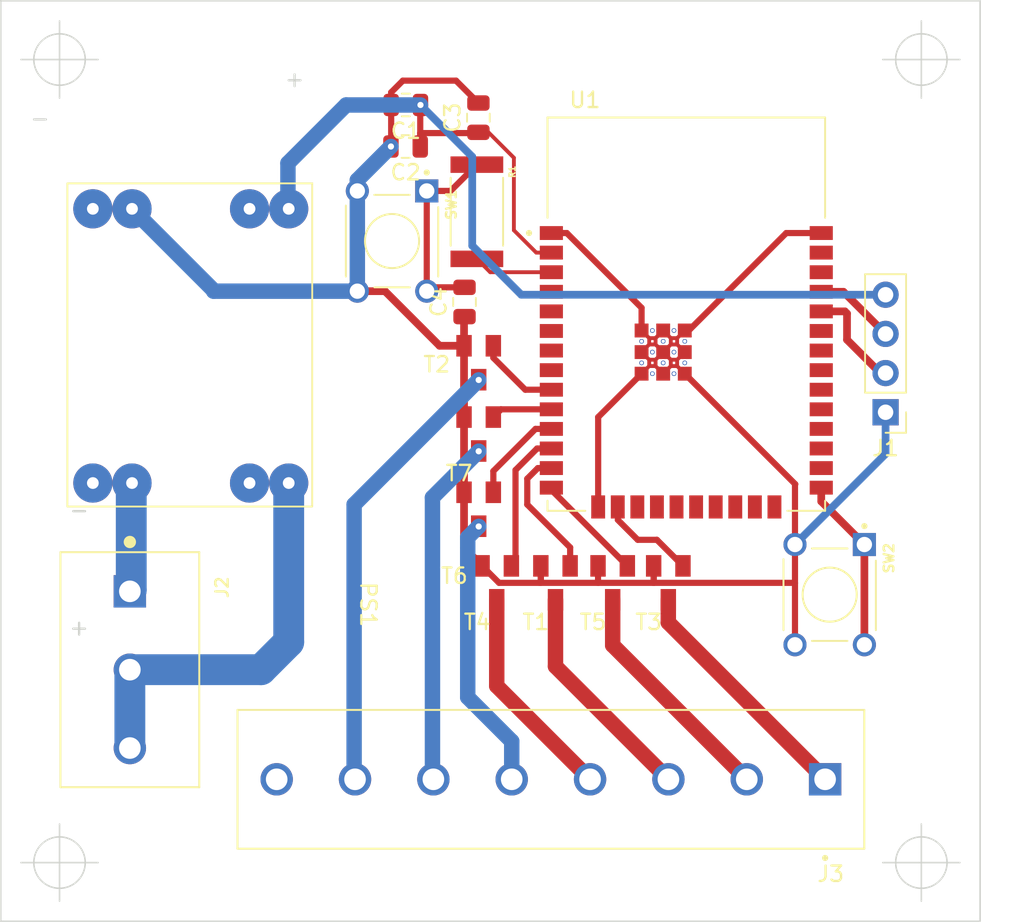
<source format=kicad_pcb>
(kicad_pcb (version 20211014) (generator pcbnew)
  (layers (0 "F.Cu" signal) (31 "B.Cu" signal) (34 "B.Paste" user) (35 "F.Paste" user) (36 "B.SilkS" user "B.Silkscreen") (37 "F.SilkS" user "F.Silkscreen") (38 "B.Mask" user) (39 "F.Mask" user) (44 "Edge.Cuts" user))
  (net 0 "")
  (net 1 "+3V3")
  (net 2 "GND")
  (net 3 "Net-(J2-Pad2)")
  (net 4 "Net-(J3-Pad1)")
  (net 5 "Net-(J3-Pad2)")
  (net 6 "Net-(J3-Pad4)")
  (net 7 "Net-(J3-Pad5)")
  (net 8 "Net-(J3-Pad6)")
  (net 9 "Net-(J3-Pad7)")
  (net 11 "Net-(C4-Pad2)")
  (net 12 "Net-(J1-Pad2)")
  (net 13 "Net-(J1-Pad3)")
  (net 14 "Net-(J3-Pad3)")
  (net 15 "Net-(R1-Pad2)")
  (net 16 "Net-(SW2-Pad1)")
  (net 17 "Net-(T1-Pad1)")
  (net 18 "Net-(T2-Pad1)")
  (net 19 "Net-(T3-Pad1)")
  (net 43 "Net-(T4-Pad1)")
  (net 44 "Net-(J2-Pad1)")
  (net 45 "Net-(T5-Pad1)")
  (net 46 "Net-(T6-Pad1)")
  (net 47 "Net-(T7-Pad1)")
  (footprint "libraries:SOT23" (layer "F.Cu") (at 152.70622 108.86156 180)
    (fp_text reference "T5" (at 1.27142 -2.54284) (layer "F.SilkS") (effects (font (size 1.001118 1.001118))))
    (fp_text value "BC848")
    (pad "1" smd rect locked (at -0.95 1.1 180) (size 1 1.4) (layers "F.Cu" "F.Paste" "F.Mask") (net 45 "Net-(T5-Pad1)"))
    (pad "2" smd rect locked (at 0.95 1.1 180) (size 1 1.4) (layers "F.Cu" "F.Paste" "F.Mask") (net 2 "GND"))
    (pad "3" smd rect locked (at 0 -1.1 180) (size 1 1.4) (layers "F.Cu" "F.Paste" "F.Mask") (net 5 "Net-(J3-Pad2)"))
  )
  (footprint "libraries:SW_1825910-6-4" (layer "F.Cu") (at 138.4 86.7 -90)
    (fp_text reference "SW1" (at -2.3627 -3.844398 90) (layer "F.SilkS") (effects (font (size 0.630643 0.630643))))
    (fp_text value "ENABLE")
    (fp_line (start -2.995 -1.15) (end -2.995 1.15) (layer "F.SilkS") (width 0.127))
    (fp_line (start 3 -1.15) (end 3 1.15) (layer "F.SilkS") (width 0.127))
    (fp_line (start -2.2 -2.995) (end 2.3 -2.995) (layer "F.SilkS") (width 0.127))
    (fp_line (start 2.3 2.995) (end -2.3 2.995) (layer "F.SilkS") (width 0.127))
    (fp_circle (center 0 0) (end 1.755 0) (layer "F.SilkS") (width 0.127) (fill none))
    (fp_circle (center -4.445 -2.25) (end -4.345 -2.25) (layer "F.SilkS") (width 0.2) (fill none))
    (pad "1" thru_hole rect locked (at -3.25 -2.25 270) (size 1.498 1.498) (drill 0.99) (layers *.Cu *.Mask) (net 11 "Net-(C4-Pad2)"))
    (pad "2" thru_hole circle locked (at 3.25 -2.25 270) (size 1.498 1.498) (drill 0.99) (layers *.Cu *.Mask) (net 11 "Net-(C4-Pad2)"))
    (pad "3" thru_hole circle locked (at -3.25 2.25 270) (size 1.498 1.498) (drill 0.99) (layers *.Cu *.Mask) (net 2 "GND"))
    (pad "4" thru_hole circle locked (at 3.25 2.25 270) (size 1.498 1.498) (drill 0.99) (layers *.Cu *.Mask) (net 2 "GND"))
  )
  (footprint "libraries:TE_282841-8" (layer "F.Cu") (at 148.7 121.6 180)
    (fp_text reference "J3" (at -18.145 -6.135) (layer "F.SilkS"))
    (fp_text value "R pinnen RGB strips")
    (fp_line (start 20.32 4.5) (end -20.32 4.5) (layer "F.SilkS") (width 0.127))
    (fp_line (start -20.32 -4.5) (end 20.32 -4.5) (layer "F.SilkS") (width 0.127))
    (fp_line (start 20.32 -4.5) (end 20.32 4.5) (layer "F.SilkS") (width 0.127))
    (fp_line (start -20.32 4.5) (end -20.32 -4.5) (layer "F.SilkS") (width 0.127))
    (fp_circle (center -17.78 -5.1) (end -17.68 -5.1) (layer "F.SilkS") (width 0.2) (fill none))
    (pad "1" thru_hole rect locked (at -17.78 0 180) (size 2.1 2.1) (drill 1.4) (layers *.Cu *.Mask) (net 4 "Net-(J3-Pad1)"))
    (pad "2" thru_hole circle locked (at -12.7 0 180) (size 2.1 2.1) (drill 1.4) (layers *.Cu *.Mask) (net 5 "Net-(J3-Pad2)"))
    (pad "3" thru_hole circle locked (at -7.62 0 180) (size 2.1 2.1) (drill 1.4) (layers *.Cu *.Mask) (net 14 "Net-(J3-Pad3)"))
    (pad "4" thru_hole circle locked (at -2.54 0 180) (size 2.1 2.1) (drill 1.4) (layers *.Cu *.Mask) (net 6 "Net-(J3-Pad4)"))
    (pad "5" thru_hole circle locked (at 2.54 0 180) (size 2.1 2.1) (drill 1.4) (layers *.Cu *.Mask) (net 7 "Net-(J3-Pad5)"))
    (pad "6" thru_hole circle locked (at 7.62 0 180) (size 2.1 2.1) (drill 1.4) (layers *.Cu *.Mask) (net 8 "Net-(J3-Pad6)"))
    (pad "7" thru_hole circle locked (at 12.7 0 180) (size 2.1 2.1) (drill 1.4) (layers *.Cu *.Mask) (net 9 "Net-(J3-Pad7)"))
    (pad "8" thru_hole circle locked (at 17.78 0 180) (size 2.1 2.1) (drill 1.4) (layers *.Cu *.Mask))
  )
  (footprint "Capacitor_SMD:C_0805_2012Metric" (layer "F.Cu") (at 139.2784 80.5688 180)
    (fp_text reference "C2" (at 0 -1.68) (layer "F.SilkS"))
    (fp_text value "22u")
    (fp_line (start -0.261252 -0.735) (end 0.261252 -0.735) (layer "F.SilkS") (width 0.12))
    (fp_line (start -0.261252 0.735) (end 0.261252 0.735) (layer "F.SilkS") (width 0.12))
    (pad "1" smd roundrect (at -0.95 0 180) (size 1 1.45) (layers "F.Cu" "F.Paste" "F.Mask") (net 1 "+3V3"))
    (pad "2" smd roundrect (at 0.95 0 180) (size 1 1.45) (layers "F.Cu" "F.Paste" "F.Mask") (net 2 "GND"))
  )
  (footprint "Connector_PinHeader_2.54mm:PinHeader_1x04_P2.54mm_Vertical" (layer "F.Cu") (at 170.4 97.8 180)
    (fp_text reference "J1" (at 0 -2.33) (layer "F.SilkS"))
    (fp_text value "Conn_01x04_Female")
    (fp_line (start -1.33 8.95) (end 1.33 8.95) (layer "F.SilkS") (width 0.12))
    (fp_line (start -1.33 1.27) (end -1.33 8.95) (layer "F.SilkS") (width 0.12))
    (fp_line (start -1.33 1.27) (end 1.33 1.27) (layer "F.SilkS") (width 0.12))
    (fp_line (start 1.33 1.27) (end 1.33 8.95) (layer "F.SilkS") (width 0.12))
    (fp_line (start -1.33 0) (end -1.33 -1.33) (layer "F.SilkS") (width 0.12))
    (fp_line (start -1.33 -1.33) (end 0 -1.33) (layer "F.SilkS") (width 0.12))
    (pad "1" thru_hole rect (at 0 0 180) (size 1.7 1.7) (drill 1) (layers *.Cu *.Mask) (net 2 "GND"))
    (pad "2" thru_hole oval (at 0 2.54 180) (size 1.7 1.7) (drill 1) (layers *.Cu *.Mask) (net 12 "Net-(J1-Pad2)"))
    (pad "3" thru_hole oval (at 0 5.08 180) (size 1.7 1.7) (drill 1) (layers *.Cu *.Mask) (net 13 "Net-(J1-Pad3)"))
    (pad "4" thru_hole oval (at 0 7.62 180) (size 1.7 1.7) (drill 1) (layers *.Cu *.Mask) (net 1 "+3V3"))
  )
  (footprint "libraries:SOT23" (layer "F.Cu") (at 145.18782 108.86156 180)
    (fp_text reference "T4" (at 1.27142 -2.54284) (layer "F.SilkS") (effects (font (size 1.001118 1.001118))))
    (fp_text value "BC848")
    (pad "1" smd rect locked (at -0.95 1.1 180) (size 1 1.4) (layers "F.Cu" "F.Paste" "F.Mask") (net 43 "Net-(T4-Pad1)"))
    (pad "2" smd rect locked (at 0.95 1.1 180) (size 1 1.4) (layers "F.Cu" "F.Paste" "F.Mask") (net 2 "GND"))
    (pad "3" smd rect locked (at 0 -1.1 180) (size 1 1.4) (layers "F.Cu" "F.Paste" "F.Mask") (net 6 "Net-(J3-Pad4)"))
  )
  (footprint "libraries:SOT23" (layer "F.Cu") (at 144.018 94.5896 180)
    (fp_text reference "T2" (at 2.718 -0.1104) (layer "F.SilkS") (effects (font (size 1.001118 1.001118))))
    (fp_text value "BC848")
    (pad "1" smd rect locked (at -0.95 1.1 180) (size 1 1.4) (layers "F.Cu" "F.Paste" "F.Mask") (net 18 "Net-(T2-Pad1)"))
    (pad "2" smd rect locked (at 0.95 1.1 180) (size 1 1.4) (layers "F.Cu" "F.Paste" "F.Mask") (net 2 "GND"))
    (pad "3" smd rect locked (at 0 -1.1 180) (size 1 1.4) (layers "F.Cu" "F.Paste" "F.Mask") (net 9 "Net-(J3-Pad7)"))
  )
  (footprint "libraries:TE_282841-3" (layer "F.Cu") (at 121.4 114.4925 -90)
    (fp_text reference "J2" (at -5.342035 -5.977995 90) (layer "F.SilkS") (effects (font (size 0.801205 0.801205))))
    (fp_text value "12V DC")
    (fp_line (start -7.62 -4.5) (end -7.62 4.5) (layer "F.SilkS") (width 0.127))
    (fp_line (start 7.62 4.5) (end 7.62 -4.5) (layer "F.SilkS") (width 0.127))
    (fp_line (start -7.62 4.5) (end 7.62 4.5) (layer "F.SilkS") (width 0.127))
    (fp_line (start 7.62 -4.5) (end -7.62 -4.5) (layer "F.SilkS") (width 0.127))
    (fp_circle (center -8.28 0) (end -8.08 0) (layer "F.SilkS") (width 0.4) (fill none))
    (pad "1" thru_hole rect locked (at -5.08 0 270) (size 2.1 2.1) (drill 1.4) (layers *.Cu *.Mask) (net 44 "Net-(J2-Pad1)"))
    (pad "2" thru_hole circle locked (at 0 0 270) (size 2.1 2.1) (drill 1.4) (layers *.Cu *.Mask) (net 3 "Net-(J2-Pad2)"))
    (pad "3" thru_hole circle locked (at 5.08 0 270) (size 2.1 2.1) (drill 1.4) (layers *.Cu *.Mask) (net 3 "Net-(J2-Pad2)"))
  )
  (footprint "libraries:Buck Converter" (layer "F.Cu") (at 125.35 93.5 -90)
    (fp_text reference "PS1" (at 16.764 -11.509 -90 unlocked) (layer "F.SilkS"))
    (fp_text value "ITX0512SA")
    (fp_rect (start -10.541 -7.874) (end 10.414 8.001) (layer "F.SilkS") (width 0.12) (fill none))
    (pad "1a" thru_hole circle (at 8.89 -6.35 270) (size 2.54 2.54) (drill 0.762) (layers *.Cu *.Mask) (net 3 "Net-(J2-Pad2)"))
    (pad "1b" thru_hole circle (at 8.89 -3.81 270) (size 2.54 2.54) (drill 0.762) (layers *.Cu *.Mask))
    (pad "2a" thru_hole circle (at 8.89 3.81 270) (size 2.54 2.54) (drill 0.762) (layers *.Cu *.Mask) (net 44 "Net-(J2-Pad1)"))
    (pad "2b" thru_hole circle (at 8.89 6.35 270) (size 2.54 2.54) (drill 0.762) (layers *.Cu *.Mask))
    (pad "3a" thru_hole circle (at -8.89 -6.35 270) (size 2.54 2.54) (drill 0.762) (layers *.Cu *.Mask) (net 1 "+3V3"))
    (pad "3b" thru_hole circle (at -8.89 -3.81 270) (size 2.54 2.54) (drill 0.762) (layers *.Cu *.Mask))
    (pad "4a" thru_hole circle (at -8.89 3.81 270) (size 2.54 2.54) (drill 0.762) (layers *.Cu *.Mask) (net 2 "GND"))
    (pad "4b" thru_hole circle (at -8.89 6.35 270) (size 2.54 2.54) (drill 0.762) (layers *.Cu *.Mask))
  )
  (footprint "libraries:SOT23" (layer "F.Cu") (at 156.31302 108.86156 180)
    (fp_text reference "T3" (at 1.27142 -2.54284) (layer "F.SilkS") (effects (font (size 1.001118 1.001118))))
    (fp_text value "BC848")
    (pad "1" smd rect locked (at -0.95 1.1 180) (size 1 1.4) (layers "F.Cu" "F.Paste" "F.Mask") (net 19 "Net-(T3-Pad1)"))
    (pad "2" smd rect locked (at 0.95 1.1 180) (size 1 1.4) (layers "F.Cu" "F.Paste" "F.Mask") (net 2 "GND"))
    (pad "3" smd rect locked (at 0 -1.1 180) (size 1 1.4) (layers "F.Cu" "F.Paste" "F.Mask") (net 4 "Net-(J3-Pad1)"))
  )
  (footprint "Capacitor_SMD:C_0805_2012Metric" (layer "F.Cu") (at 139.2936 77.8764 180)
    (fp_text reference "C1" (at 0 -1.68) (layer "F.SilkS"))
    (fp_text value "220u")
    (fp_line (start -0.261252 0.735) (end 0.261252 0.735) (layer "F.SilkS") (width 0.12))
    (fp_line (start -0.261252 -0.735) (end 0.261252 -0.735) (layer "F.SilkS") (width 0.12))
    (pad "1" smd roundrect (at -0.95 0 180) (size 1 1.45) (layers "F.Cu" "F.Paste" "F.Mask") (net 1 "+3V3"))
    (pad "2" smd roundrect locked (at 0.95 0 180) (size 1 1.45) (layers "F.Cu" "F.Paste" "F.Mask") (net 2 "GND"))
  )
  (footprint "libraries:SOT23" (layer "F.Cu") (at 148.99782 108.86156 180)
    (fp_text reference "T1" (at 1.27142 -2.54284) (layer "F.SilkS") (effects (font (size 1.001118 1.001118))))
    (fp_text value "BC848")
    (pad "1" smd rect locked (at -0.95 1.1 180) (size 1 1.4) (layers "F.Cu" "F.Paste" "F.Mask") (net 17 "Net-(T1-Pad1)"))
    (pad "2" smd rect locked (at 0.95 1.1 180) (size 1 1.4) (layers "F.Cu" "F.Paste" "F.Mask") (net 2 "GND"))
    (pad "3" smd rect locked (at 0 -1.1 180) (size 1 1.4) (layers "F.Cu" "F.Paste" "F.Mask") (net 14 "Net-(J3-Pad3)"))
  )
  (footprint "libraries:SOT23" (layer "F.Cu") (at 144.018 99.2124 180)
    (fp_text reference "T7" (at 1.27142 -2.54284) (layer "F.SilkS") (effects (font (size 1.001118 1.001118))))
    (fp_text value "BC848")
    (pad "1" smd rect locked (at -0.95 1.1 180) (size 1 1.4) (layers "F.Cu" "F.Paste" "F.Mask") (net 47 "Net-(T7-Pad1)"))
    (pad "2" smd rect locked (at 0.95 1.1 180) (size 1 1.4) (layers "F.Cu" "F.Paste" "F.Mask") (net 2 "GND"))
    (pad "3" smd rect locked (at 0 -1.1 180) (size 1 1.4) (layers "F.Cu" "F.Paste" "F.Mask") (net 8 "Net-(J3-Pad6)"))
  )
  (footprint "libraries:SW_1825910-6-4" (layer "F.Cu") (at 166.7764 109.6264 -90)
    (fp_text reference "SW2" (at -2.3627 -3.844398 90) (layer "F.SilkS") (effects (font (size 0.630643 0.630643))))
    (fp_text value "BOOT")
    (fp_line (start 3 -1.15) (end 3 1.15) (layer "F.SilkS") (width 0.127))
    (fp_line (start 2.3 2.995) (end -2.3 2.995) (layer "F.SilkS") (width 0.127))
    (fp_line (start -2.2 -2.995) (end 2.3 -2.995) (layer "F.SilkS") (width 0.127))
    (fp_line (start -2.995 -1.15) (end -2.995 1.15) (layer "F.SilkS") (width 0.127))
    (fp_circle (center -4.445 -2.25) (end -4.345 -2.25) (layer "F.SilkS") (width 0.2) (fill none))
    (fp_circle (center 0 0) (end 1.755 0) (layer "F.SilkS") (width 0.127) (fill none))
    (pad "1" thru_hole rect locked (at -3.25 -2.25 270) (size 1.498 1.498) (drill 0.99) (layers *.Cu *.Mask) (net 16 "Net-(SW2-Pad1)"))
    (pad "2" thru_hole circle locked (at 3.25 -2.25 270) (size 1.498 1.498) (drill 0.99) (layers *.Cu *.Mask) (net 16 "Net-(SW2-Pad1)"))
    (pad "3" thru_hole circle locked (at -3.25 2.25 270) (size 1.498 1.498) (drill 0.99) (layers *.Cu *.Mask) (net 2 "GND"))
    (pad "4" thru_hole circle locked (at 3.25 2.25 270) (size 1.498 1.498) (drill 0.99) (layers *.Cu *.Mask) (net 2 "GND"))
  )
  (footprint "Capacitor_SMD:C_0805_2012Metric" (layer "F.Cu") (at 144 78.7 90)
    (fp_text reference "C3" (at 0 -1.68 90) (layer "F.SilkS"))
    (fp_text value "0.1u")
    (fp_line (start -0.261252 0.735) (end 0.261252 0.735) (layer "F.SilkS") (width 0.12))
    (fp_line (start -0.261252 -0.735) (end 0.261252 -0.735) (layer "F.SilkS") (width 0.12))
    (pad "1" smd roundrect (at -0.95 0 90) (size 1 1.45) (layers "F.Cu" "F.Paste" "F.Mask") (net 1 "+3V3"))
    (pad "2" smd roundrect (at 0.95 0 90) (size 1 1.45) (layers "F.Cu" "F.Paste" "F.Mask") (net 2 "GND"))
  )
  (footprint "libraries:SOT23" (layer "F.Cu") (at 144.018 104.0892 180)
    (fp_text reference "T6" (at 1.5748 -4.318) (layer "F.SilkS") (effects (font (size 1.001118 1.001118))))
    (fp_text value "BC848")
    (pad "1" smd rect locked (at -0.95 1.1 180) (size 1 1.4) (layers "F.Cu" "F.Paste" "F.Mask") (net 46 "Net-(T6-Pad1)"))
    (pad "2" smd rect locked (at 0.95 1.1 180) (size 1 1.4) (layers "F.Cu" "F.Paste" "F.Mask") (net 2 "GND"))
    (pad "3" smd rect locked (at 0 -1.1 180) (size 1 1.4) (layers "F.Cu" "F.Paste" "F.Mask") (net 7 "Net-(J3-Pad5)"))
  )
  (footprint "libraries:RESC6332X65N" (layer "F.Cu") (at 143.9 84.8 -90)
    (fp_text reference "R1" (at -2.59 -2.3 90) (layer "F.SilkS") (effects (font (size 0.393701 0.393701))))
    (fp_text value "10k")
    (fp_line (start -2.2 1.7) (end 2.2 1.7) (layer "F.SilkS") (width 0.127))
    (fp_line (start -2.2 -1.7) (end 2.2 -1.7) (layer "F.SilkS") (width 0.127))
    (pad "1" smd rect locked (at -3.055 0 270) (size 1.07 3.42) (layers "F.Cu" "F.Paste" "F.Mask") (net 11 "Net-(C4-Pad2)"))
    (pad "2" smd rect locked (at 3.055 0 270) (size 1.07 3.42) (layers "F.Cu" "F.Paste" "F.Mask") (net 15 "Net-(R1-Pad2)"))
  )
  (footprint "libraries:XCVR_ESP32-WROOM-32E_(16MB)" (layer "F.Cu") (at 157.48 91.44)
    (fp_text reference "U1" (at -6.575 -13.885) (layer "F.SilkS"))
    (fp_text value "ESP32-WROOM-32E_(16MB)")
    (fp_line (start -9 -6.25) (end -9 -12.75) (layer "F.SilkS") (width 0.127))
    (fp_line (start 6.55 12.75) (end 9 12.75) (layer "F.SilkS") (width 0.127))
    (fp_line (start -9 -12.75) (end 9 -12.75) (layer "F.SilkS") (width 0.127))
    (fp_line (start -9 12.1) (end -9 12.75) (layer "F.SilkS") (width 0.127))
    (fp_line (start 9 -12.75) (end 9 -6.25) (layer "F.SilkS") (width 0.127))
    (fp_line (start 9 12.75) (end 9 12.1) (layer "F.SilkS") (width 0.127))
    (fp_line (start -9 12.75) (end -6.55 12.75) (layer "F.SilkS") (width 0.127))
    (fp_circle (center -10.2 -5.26) (end -10.1 -5.26) (layer "F.SilkS") (width 0.2) (fill none))
    (pad "1" smd rect locked (at -8.75 -5.26) (size 1.5 0.9) (layers "F.Cu" "F.Paste" "F.Mask") (net 2 "GND"))
    (pad "2" smd rect locked (at -8.75 -3.99) (size 1.5 0.9) (layers "F.Cu" "F.Paste" "F.Mask") (net 1 "+3V3"))
    (pad "3" smd rect locked (at -8.75 -2.72) (size 1.5 0.9) (layers "F.Cu" "F.Paste" "F.Mask") (net 15 "Net-(R1-Pad2)"))
    (pad "4" smd rect locked (at -8.75 -1.45) (size 1.5 0.9) (layers "F.Cu" "F.Paste" "F.Mask"))
    (pad "5" smd rect locked (at -8.75 -0.18) (size 1.5 0.9) (layers "F.Cu" "F.Paste" "F.Mask"))
    (pad "6" smd rect locked (at -8.75 1.09) (size 1.5 0.9) (layers "F.Cu" "F.Paste" "F.Mask"))
    (pad "7" smd rect locked (at -8.75 2.36) (size 1.5 0.9) (layers "F.Cu" "F.Paste" "F.Mask"))
    (pad "8" smd rect locked (at -8.75 3.63) (size 1.5 0.9) (layers "F.Cu" "F.Paste" "F.Mask"))
    (pad "9" smd rect locked (at -8.75 4.9) (size 1.5 0.9) (layers "F.Cu" "F.Paste" "F.Mask") (net 18 "Net-(T2-Pad1)"))
    (pad "10" smd rect locked (at -8.75 6.17) (size 1.5 0.9) (layers "F.Cu" "F.Paste" "F.Mask") (net 47 "Net-(T7-Pad1)"))
    (pad "11" smd rect locked (at -8.75 7.44) (size 1.5 0.9) (layers "F.Cu" "F.Paste" "F.Mask") (net 46 "Net-(T6-Pad1)"))
    (pad "12" smd rect locked (at -8.75 8.71) (size 1.5 0.9) (layers "F.Cu" "F.Paste" "F.Mask") (net 43 "Net-(T4-Pad1)"))
    (pad "13" smd rect locked (at -8.75 9.98) (size 1.5 0.9) (layers "F.Cu" "F.Paste" "F.Mask") (net 17 "Net-(T1-Pad1)"))
    (pad "14" smd rect locked (at -8.75 11.25) (size 1.5 0.9) (layers "F.Cu" "F.Paste" "F.Mask") (net 45 "Net-(T5-Pad1)"))
    (pad "15" smd rect locked (at -5.715 12.5) (size 0.9 1.5) (layers "F.Cu" "F.Paste" "F.Mask") (net 2 "GND"))
    (pad "16" smd rect locked (at -4.445 12.5) (size 0.9 1.5) (layers "F.Cu" "F.Paste" "F.Mask") (net 19 "Net-(T3-Pad1)"))
    (pad "17" smd rect locked (at -3.175 12.5) (size 0.9 1.5) (layers "F.Cu" "F.Paste" "F.Mask"))
    (pad "18" smd rect locked (at -1.905 12.5) (size 0.9 1.5) (layers "F.Cu" "F.Paste" "F.Mask"))
    (pad "19" smd rect locked (at -0.635 12.5) (size 0.9 1.5) (layers "F.Cu" "F.Paste" "F.Mask"))
    (pad "20" smd rect locked (at 0.635 12.5) (size 0.9 1.5) (layers "F.Cu" "F.Paste" "F.Mask"))
    (pad "21" smd rect locked (at 1.905 12.5) (size 0.9 1.5) (layers "F.Cu" "F.Paste" "F.Mask"))
    (pad "22" smd rect locked (at 3.175 12.5) (size 0.9 1.5) (layers "F.Cu" "F.Paste" "F.Mask"))
    (pad "23" smd rect locked (at 4.445 12.5) (size 0.9 1.5) (layers "F.Cu" "F.Paste" "F.Mask"))
    (pad "24" smd rect locked (at 5.715 12.5) (size 0.9 1.5) (layers "F.Cu" "F.Paste" "F.Mask"))
    (pad "25" smd rect locked (at 8.75 11.25) (size 1.5 0.9) (layers "F.Cu" "F.Paste" "F.Mask") (net 16 "Net-(SW2-Pad1)"))
    (pad "26" smd rect locked (at 8.75 9.98) (size 1.5 0.9) (layers "F.Cu" "F.Paste" "F.Mask"))
    (pad "27" smd rect locked (at 8.75 8.71) (size 1.5 0.9) (layers "F.Cu" "F.Paste" "F.Mask"))
    (pad "28" smd rect locked (at 8.75 7.44) (size 1.5 0.9) (layers "F.Cu" "F.Paste" "F.Mask"))
    (pad "29" smd rect locked (at 8.75 6.17) (size 1.5 0.9) (layers "F.Cu" "F.Paste" "F.Mask"))
    (pad "30" smd rect locked (at 8.75 4.9) (size 1.5 0.9) (layers "F.Cu" "F.Paste" "F.Mask"))
    (pad "31" smd rect locked (at 8.75 3.63) (size 1.5 0.9) (layers "F.Cu" "F.Paste" "F.Mask"))
    (pad "32" smd rect locked (at 8.75 2.36) (size 1.5 0.9) (layers "F.Cu" "F.Paste" "F.Mask"))
    (pad "33" smd rect locked (at 8.75 1.09) (size 1.5 0.9) (layers "F.Cu" "F.Paste" "F.Mask"))
    (pad "34" smd rect locked (at 8.75 -0.18) (size 1.5 0.9) (layers "F.Cu" "F.Paste" "F.Mask") (net 12 "Net-(J1-Pad2)"))
    (pad "35" smd rect locked (at 8.75 -1.45) (size 1.5 0.9) (layers "F.Cu" "F.Paste" "F.Mask") (net 13 "Net-(J1-Pad3)"))
    (pad "36" smd rect locked (at 8.75 -2.72) (size 1.5 0.9) (layers "F.Cu" "F.Paste" "F.Mask"))
    (pad "37" smd rect locked (at 8.75 -3.99) (size 1.5 0.9) (layers "F.Cu" "F.Paste" "F.Mask"))
    (pad "38" smd rect locked (at 8.75 -5.26) (size 1.5 0.9) (layers "F.Cu" "F.Paste" "F.Mask") (net 2 "GND"))
    (pad "39_1" smd rect locked (at -2.9 1.06) (size 0.9 0.9) (layers "F.Cu" "F.Paste" "F.Mask") (net 2 "GND"))
    (pad "39_2" smd rect locked (at -1.5 1.06) (size 0.9 0.9) (layers "F.Cu" "F.Paste" "F.Mask") (net 2 "GND"))
    (pad "39_3" smd rect locked (at -0.1 1.06) (size 0.9 0.9) (layers "F.Cu" "F.Paste" "F.Mask") (net 2 "GND"))
    (pad "39_4" smd rect locked (at -2.9 2.46) (size 0.9 0.9) (layers "F.Cu" "F.Paste" "F.Mask") (net 2 "GND"))
    (pad "39_5" smd rect locked (at -1.5 2.46) (size 0.9 0.9) (layers "F.Cu" "F.Paste" "F.Mask") (net 2 "GND"))
    (pad "39_6" smd rect locked (at -0.1 2.46) (size 0.9 0.9) (layers "F.Cu" "F.Paste" "F.Mask") (net 2 "GND"))
    (pad "39_7" smd rect locked (at -2.9 3.86) (size 0.9 0.9) (layers "F.Cu" "F.Paste" "F.Mask") (net 2 "GND"))
    (pad "39_8" smd rect locked (at -1.5 3.86) (size 0.9 0.9) (layers "F.Cu" "F.Paste" "F.Mask") (net 2 "GND"))
    (pad "39_9" smd rect locked (at -0.1 3.86) (size 0.9 0.9) (layers "F.Cu" "F.Paste" "F.Mask") (net 2 "GND"))
    (pad "39_10" thru_hole circle locked (at -2.2 1.06) (size 0.3 0.3) (drill 0.2) (layers *.Cu))
    (pad "39_11" thru_hole circle locked (at -0.8 1.06) (size 0.3 0.3) (drill 0.2) (layers *.Cu))
    (pad "39_12" thru_hole circle locked (at -2.9 1.76) (size 0.3 0.3) (drill 0.2) (layers *.Cu))
    (pad "39_13" thru_hole circle locked (at -1.5 1.76) (size 0.3 0.3) (drill 0.2) (layers *.Cu))
    (pad "39_14" thru_hole circle locked (at -0.1 1.76) (size 0.3 0.3) (drill 0.2) (layers *.Cu))
    (pad "39_15" thru_hole circle locked (at -2.2 2.46) (size 0.3 0.3) (drill 0.2) (layers *.Cu))
    (pad "39_16" thru_hole circle locked (at -0.8 2.46) (size 0.3 0.3) (drill 0.2) (layers *.Cu))
    (pad "39_17" thru_hole circle locked (at -2.9 3.16) (size 0.3 0.3) (drill 0.2) (layers *.Cu))
    (pad "39_18" thru_hole circle locked (at -1.5 3.16) (size 0.3 0.3) (drill 0.2) (layers *.Cu))
    (pad "39_19" thru_hole circle locked (at -0.1 3.16) (size 0.3 0.3) (drill 0.2) (layers *.Cu))
    (pad "39_20" thru_hole circle locked (at -2.2 3.86) (size 0.3 0.3) (drill 0.2) (layers *.Cu))
    (pad "39_21" thru_hole circle locked (at -0.8 3.86) (size 0.3 0.3) (drill 0.2) (layers *.Cu))
  )
  (footprint "Capacitor_SMD:C_0805_2012Metric" (layer "F.Cu") (at 143.1 90.65 90)
    (fp_text reference "C4" (at 0 -1.68 90) (layer "F.SilkS"))
    (fp_text value "1u")
    (fp_line (start -0.261252 0.735) (end 0.261252 0.735) (layer "F.SilkS") (width 0.12))
    (fp_line (start -0.261252 -0.735) (end 0.261252 -0.735) (layer "F.SilkS") (width 0.12))
    (pad "1" smd roundrect (at -0.95 0 90) (size 1 1.45) (layers "F.Cu" "F.Paste" "F.Mask") (net 2 "GND"))
    (pad "2" smd roundrect (at 0.95 0 90) (size 1 1.45) (layers "F.Cu" "F.Paste" "F.Mask") (net 11 "Net-(C4-Pad2)"))
  )
  (gr_rect (start 113.03 71.12) (end 176.53 130.81) (layer "Edge.Cuts") (width 0.1) (fill none))
  (gr_text "-" (at 115.57 78.74) (layer "Edge.Cuts") (effects (font (size 1 1))))
  (gr_text "+" (at 118.11 111.76) (layer "Edge.Cuts") (effects (font (size 1 1))))
  (gr_text "-" (at 118.11 104.14) (layer "Edge.Cuts") (effects (font (size 1 1))))
  (gr_text "+" (at 132.08 76.2) (layer "Edge.Cuts") (effects (font (size 1 1))))
  (target plus (at 172.72 74.93) (size 5) (width 0.1) (layer "Edge.Cuts"))
  (target plus (at 172.72 127) (size 5) (width 0.1) (layer "Edge.Cuts"))
  (target plus (at 116.84 127) (size 5) (width 0.1) (layer "Edge.Cuts"))
  (target plus (at 116.84 74.93) (size 5) (width 0.1) (layer "Edge.Cuts"))
  (segment (start 140.2284 79.7) (end 140.2284 80.5688) (width 0.4) (layer "F.Cu") (net 1))
  (segment (start 144.65 79.65) (end 146.3 81.3) (width 0.25) (layer "F.Cu") (net 1))
  (segment (start 146.3 81.3) (end 146.3 86) (width 0.25) (layer "F.Cu") (net 1))
  (segment (start 143.95 79.7) (end 140.2284 79.7) (width 0.4) (layer "F.Cu") (net 1))
  (segment (start 146.3 86) (end 147.75 87.45) (width 0.25) (layer "F.Cu") (net 1))
  (segment (start 144 79.65) (end 144.65 79.65) (width 0.25) (layer "F.Cu") (net 1))
  (segment (start 140.2436 77.8764) (end 140.2284 77.8916) (width 0.25) (layer "F.Cu") (net 1))
  (segment (start 144 79.65) (end 143.95 79.7) (width 0.4) (layer "F.Cu") (net 1))
  (segment (start 147.75 87.45) (end 148.73 87.45) (width 0.25) (layer "F.Cu") (net 1))
  (segment (start 140.2284 77.8916) (end 140.2284 80.5688) (width 0.4) (layer "F.Cu") (net 1))
  (via (at 140.2436 77.8764) (size 0.8) (drill 0.4) (layers "F.Cu" "B.Cu") (net 1))
  (segment (start 131.65 84.61) (end 131.65 81.65) (width 1) (layer "B.Cu") (net 1))
  (segment (start 143.6 81.2328) (end 143.6 87) (width 0.5) (layer "B.Cu") (net 1))
  (segment (start 131.65 81.65) (end 135.4236 77.8764) (width 1) (layer "B.Cu") (net 1))
  (segment (start 140.2436 77.8764) (end 143.6 81.2328) (width 0.5) (layer "B.Cu") (net 1))
  (segment (start 146.78 90.18) (end 170.4 90.18) (width 0.5) (layer "B.Cu") (net 1))
  (segment (start 143.6 87) (end 146.78 90.18) (width 0.5) (layer "B.Cu") (net 1))
  (segment (start 135.4236 77.8764) (end 140.2436 77.8764) (width 1) (layer "B.Cu") (net 1))
  (segment (start 155.485479 94.805479) (end 155.074521 94.805479) (width 0.25) (layer "F.Cu") (net 2))
  (segment (start 143.068 102.9892) (end 143.068 106.59174) (width 0.5) (layer "F.Cu") (net 2))
  (segment (start 148.04782 108.861071) (end 151.75622 108.861071) (width 0.4) (layer "F.Cu") (net 2))
  (segment (start 139.1 76.3) (end 142.55 76.3) (width 0.4) (layer "F.Cu") (net 2))
  (segment (start 155.074521 94.394521) (end 155.485479 94.394521) (width 0.25) (layer "F.Cu") (net 2))
  (segment (start 151.765 103.94) (end 151.765 98.115) (width 0.4) (layer "F.Cu") (net 2))
  (segment (start 155.98 93.9) (end 155.485479 93.405479) (width 0.25) (layer "F.Cu") (net 2))
  (segment (start 156.474521 94.394521) (end 156.474521 94.805479) (width 0.25) (layer "F.Cu") (net 2))
  (segment (start 155.485479 94.394521) (end 155.98 93.9) (width 0.25) (layer "F.Cu") (net 2))
  (segment (start 148.04782 107.76156) (end 148.04782 108.786071) (width 0.4) (layer "F.Cu") (net 2))
  (segment (start 156.474521 94.805479) (end 156.885479 94.805479) (width 0.25) (layer "F.Cu") (net 2))
  (segment (start 154.58 93.9) (end 155.074521 94.394521) (width 0.25) (layer "F.Cu") (net 2))
  (segment (start 155.074521 92.994521) (end 155.074521 93.405479) (width 0.25) (layer "F.Cu") (net 2))
  (segment (start 156.885479 94.805479) (end 156.885479 94.394521) (width 0.25) (layer "F.Cu") (net 2))
  (segment (start 156.474521 94.805479) (end 155.98 95.3) (width 0.25) (layer "F.Cu") (net 2))
  (segment (start 143.068 93.4896) (end 143.068 91.632) (width 0.5) (layer "F.Cu") (net 2))
  (segment (start 157.6392 92.5) (end 157.38 92.5) (width 0.25) (layer "F.Cu") (net 2))
  (segment (start 143.068 98.1124) (end 143.068 102.9892) (width 0.5) (layer "F.Cu") (net 2))
  (segment (start 155.98 92.5) (end 156.474521 92.994521) (width 0.25) (layer "F.Cu") (net 2))
  (segment (start 155.98 93.9) (end 156.474521 93.405479) (width 0.25) (layer "F.Cu") (net 2))
  (segment (start 164.5264 102.476) (end 164.5264 106.3764) (width 0.4) (layer "F.Cu") (net 2))
  (segment (start 156.474521 92.994521) (end 156.885479 92.994521) (width 0.25) (layer "F.Cu") (net 2))
  (segment (start 155.074521 94.805479) (end 154.58 95.3) (width 0.25) (layer "F.Cu") (net 2))
  (segment (start 142.55 76.3) (end 144 77.75) (width 0.4) (layer "F.Cu") (net 2))
  (segment (start 156.885479 94.394521) (end 156.474521 94.394521) (width 0.25) (layer "F.Cu") (net 2))
  (segment (start 157.38 92.556) (end 157.226 92.71) (width 0.25) (layer "F.Cu") (net 2))
  (segment (start 155.485479 94.805479) (end 155.485479 94.394521) (width 0.25) (layer "F.Cu") (net 2))
  (segment (start 155.485479 92.995162) (end 155.485479 93.405479) (width 0.25) (layer "F.Cu") (net 2))
  (segment (start 155.98 95.3) (end 155.485479 94.805479) (width 0.25) (layer "F.Cu") (net 2))
  (segment (start 164.508271 108.861071) (end 164.5264 108.8792) (width 0.4) (layer "F.Cu") (net 2))
  (segment (start 138.3436 80.5536) (end 138.3284 80.5688) (width 0.25) (layer "F.Cu") (net 2))
  (segment (start 156.885479 93.405479) (end 156.474521 93.405479) (width 0.25) (layer "F.Cu") (net 2))
  (segment (start 157.226 92.71) (end 157.169359 92.71) (width 0.25) (layer "F.Cu") (net 2))
  (segment (start 141.482 93.4896) (end 137.9424 89.95) (width 0.5) (layer "F.Cu") (net 2))
  (segment (start 137.9424 89.95) (end 136.15 89.95) (width 0.5) (layer "F.Cu") (net 2))
  (segment (start 143.068 91.632) (end 143.1 91.6) (width 0.25) (layer "F.Cu") (net 2))
  (segment (start 143.068 93.4896) (end 143.068 98.1124) (width 0.5) (layer "F.Cu") (net 2))
  (segment (start 156.885479 94.805479) (end 157.38 95.3) (width 0.25) (layer "F.Cu") (net 2))
  (segment (start 149.73 86.18) (end 154.58 91.03) (width 0.4) (layer "F.Cu") (net 2))
  (segment (start 143.068 106.59174) (end 144.23782 107.76156) (width 0.5) (layer "F.Cu") (net 2))
  (segment (start 155.36302 108.861071) (end 164.508271 108.861071) (width 0.4) (layer "F.Cu") (net 2))
  (segment (start 138.4152 80.6556) (end 138.3284 80.5688) (width 0.25) (layer "F.Cu") (net 2))
  (segment (start 155.98 93.9) (end 156.474521 94.394521) (width 0.25) (layer "F.Cu") (net 2))
  (segment (start 138.3436 77.8764) (end 138.3436 77.0564) (width 0.4) (layer "F.Cu") (net 2))
  (segment (start 143.068 93.4896) (end 141.482 93.4896) (width 0.5) (layer "F.Cu") (net 2))
  (segment (start 166.23 86.18) (end 163.9592 86.18) (width 0.4) (layer "F.Cu") (net 2))
  (segment (start 155.074521 92.994521) (end 155.485479 92.994521) (width 0.25) (layer "F.Cu") (net 2))
  (segment (start 155.485479 92.994521) (end 155.98 92.5) (width 0.25) (layer "F.Cu") (net 2))
  (segment (start 147.97282 108.861071) (end 145.337331 108.861071) (width 0.4) (layer "F.Cu") (net 2))
  (segment (start 148.04782 107.76156) (end 148.04782 108.861071) (width 0.4) (layer "F.Cu") (net 2))
  (segment (start 164.5412 102.4612) (end 164.5264 102.476) (width 0.4) (layer "F.Cu") (net 2))
  (segment (start 157.38 92.5) (end 156.885479 92.994521) (width 0.25) (layer "F.Cu") (net 2))
  (segment (start 154.58 92.5) (end 155.074521 92.994521) (width 0.25) (layer "F.Cu") (net 2))
  (segment (start 157.169359 92.71) (end 157.070679 92.80868) (width 0.25) (layer "F.Cu") (net 2))
  (segment (start 143.1 93.4576) (end 143.068 93.4896) (width 0.25) (layer "F.Cu") (net 2))
  (segment (start 164.5264 106.3764) (end 164.5264 108.8792) (width 0.4) (layer "F.Cu") (net 2))
  (segment (start 154.58 91.03) (end 154.58 92.5) (width 0.4) (layer "F.Cu") (net 2))
  (segment (start 155.074521 94.394521) (end 155.074521 94.805479) (width 0.25) (layer "F.Cu") (net 2))
  (segment (start 156.885479 93.405479) (end 157.38 93.9) (width 0.25) (layer "F.Cu") (net 2))
  (segment (start 151.765 98.115) (end 154.58 95.3) (width 0.4) (layer "F.Cu") (net 2))
  (segment (start 151.75622 108.861071) (end 151.75622 107.76156) (width 0.4) (layer "F.Cu") (net 2))
  (segment (start 163.9592 86.18) (end 157.6392 92.5) (width 0.4) (layer "F.Cu") (net 2))
  (segment (start 148.04782 108.786071) (end 147.97282 108.861071) (width 0.4) (layer "F.Cu") (net 2))
  (segment (start 156.885479 92.994521) (end 156.885479 93.405479) (width 0.25) (layer "F.Cu") (net 2))
  (segment (start 155.074521 93.405479) (end 154.58 93.9) (width 0.25) (layer "F.Cu") (net 2))
  (segment (start 157.38 95.3) (end 164.5412 102.4612) (width 0.4) (layer "F.Cu") (net 2))
  (segment (start 155.36302 108.862049) (end 155.36302 107.76156) (width 0.4) (layer "F.Cu") (net 2))
  (segment (start 138.3436 77.8764) (end 138.3436 80.5536) (width 0.4) (layer "F.Cu") (net 2))
  (segment (start 155.98 92.500641) (end 155.485479 92.995162) (width 0.25) (layer "F.Cu") (net 2))
  (segment (start 155.98 92.5) (end 155.98 92.500641) (width 0.25) (layer "F.Cu") (net 2))
  (segment (start 151.75622 108.861071) (end 155.36302 108.861071) (width 0.4) (layer "F.Cu") (net 2))
  (segment (start 145.337331 108.861071) (end 144.23782 107.76156) (width 0.4) (layer "F.Cu") (net 2))
  (segment (start 164.5264 108.8792) (end 164.5264 112.8764) (width 0.4) (layer "F.Cu") (net 2))
  (segment (start 156.885479 94.394521) (end 157.38 93.9) (width 0.25) (layer "F.Cu") (net 2))
  (segment (start 157.38 92.5) (end 157.38 92.556) (width 0.25) (layer "F.Cu") (net 2))
  (segment (start 155.485479 93.405479) (end 155.074521 93.405479) (width 0.25) (layer "F.Cu") (net 2))
  (segment (start 155.36302 108.861071) (end 155.36302 107.76156) (width 0.4) (layer "F.Cu") (net 2))
  (segment (start 148.73 86.18) (end 149.73 86.18) (width 0.4) (layer "F.Cu") (net 2))
  (segment (start 156.474521 93.405479) (end 156.474521 92.994521) (width 0.25) (layer "F.Cu") (net 2))
  (segment (start 138.3436 77.0564) (end 139.1 76.3) (width 0.4) (layer "F.Cu") (net 2))
  (via (at 138.3284 80.5688) (size 0.8) (drill 0.4) (layers "F.Cu" "B.Cu") (net 2))
  (segment (start 136.15 89.95) (end 126.83 89.95) (width 1) (layer "B.Cu") (net 2))
  (segment (start 136.15 82.7472) (end 138.3284 80.5688) (width 1) (layer "B.Cu") (net 2))
  (segment (start 136.15 83.45) (end 136.15 82.7472) (width 1) (layer "B.Cu") (net 2))
  (segment (start 136.15 83.45) (end 136.15 89.95) (width 1) (layer "B.Cu") (net 2))
  (segment (start 126.83 89.95) (end 126.83 89.9) (width 1) (layer "B.Cu") (net 2))
  (segment (start 170.4 100.5028) (end 164.5264 106.3764) (width 0.5) (layer "B.Cu") (net 2))
  (segment (start 170.4 97.8) (end 170.4 100.5028) (width 0.5) (layer "B.Cu") (net 2))
  (segment (start 126.83 89.9) (end 121.54 84.61) (width 1) (layer "B.Cu") (net 2))
  (segment (start 121.4 114.4925) (end 121.4 119.5725) (width 2) (layer "B.Cu") (net 3))
  (segment (start 121.4 114.4925) (end 129.9075 114.4925) (width 2) (layer "B.Cu") (net 3))
  (segment (start 129.9075 114.4925) (end 131.7 112.7) (width 2) (layer "B.Cu") (net 3))
  (segment (start 131.7 102.44) (end 131.65 102.39) (width 2) (layer "B.Cu") (net 3))
  (segment (start 131.7 112.7) (end 131.7 102.44) (width 2) (layer "B.Cu") (net 3))
  (segment (start 156.31302 111.43302) (end 166.48 121.6) (width 1) (layer "F.Cu") (net 4))
  (segment (start 156.31302 109.96156) (end 156.31302 111.43302) (width 1) (layer "F.Cu") (net 4))
  (segment (start 152.70622 112.90622) (end 161.4 121.6) (width 1) (layer "F.Cu") (net 5))
  (segment (start 152.70622 109.96156) (end 152.70622 112.90622) (width 1) (layer "F.Cu") (net 5))
  (segment (start 145.18782 115.54782) (end 151.24 121.6) (width 1) (layer "F.Cu") (net 6))
  (segment (start 145.18782 109.96156) (end 145.18782 115.54782) (width 1) (layer "F.Cu") (net 6))
  (via (at 144.018 105.2068) (size 1) (drill 0.4) (layers "F.Cu" "B.Cu") (net 7))
  (segment (start 146.16 121.6) (end 146.16 119.1344) (width 1) (layer "B.Cu") (net 7))
  (segment (start 143.3068 116.2812) (end 143.3068 105.918) (width 1) (layer "B.Cu") (net 7))
  (segment (start 143.3068 105.918) (end 144.018 105.2068) (width 1) (layer "B.Cu") (net 7))
  (segment (start 146.16 119.1344) (end 143.3068 116.2812) (width 1) (layer "B.Cu") (net 7))
  (via (at 144.018 100.33) (size 1) (drill 0.4) (layers "F.Cu" "B.Cu") (net 8))
  (segment (start 141.0208 121.5408) (end 141.0208 103.3272) (width 1) (layer "B.Cu") (net 8))
  (segment (start 141.08 121.6) (end 141.0208 121.5408) (width 1) (layer "B.Cu") (net 8))
  (segment (start 141.0208 103.3272) (end 144.018 100.33) (width 1) (layer "B.Cu") (net 8))
  (via (at 144.018 95.7072) (size 1) (drill 0.4) (layers "F.Cu" "B.Cu") (net 9))
  (segment (start 136 121.6) (end 135.9408 121.5408) (width 1) (layer "B.Cu") (net 9))
  (segment (start 135.9408 121.5408) (end 135.9408 103.7844) (width 1) (layer "B.Cu") (net 9))
  (segment (start 135.9408 103.7844) (end 144.018 95.7072) (width 1) (layer "B.Cu") (net 9))
  (segment (start 142.195 83.45) (end 143.9 81.745) (width 0.4) (layer "F.Cu") (net 11))
  (segment (start 140.9 89.7) (end 140.65 89.95) (width 0.4) (layer "F.Cu") (net 11))
  (segment (start 140.65 83.45) (end 142.195 83.45) (width 0.4) (layer "F.Cu") (net 11))
  (segment (start 140.65 83.45) (end 140.65 89.95) (width 0.4) (layer "F.Cu") (net 11))
  (segment (start 143.1 89.7) (end 140.9 89.7) (width 0.4) (layer "F.Cu") (net 11))
  (segment (start 166.312 91.178) (end 166.23 91.26) (width 0.25) (layer "F.Cu") (net 12))
  (segment (start 170.4 95.26) (end 170.06 95.26) (width 0.5) (layer "F.Cu") (net 12))
  (segment (start 167.76 91.26) (end 166.23 91.26) (width 0.5) (layer "F.Cu") (net 12))
  (segment (start 167.9 91.4) (end 167.76 91.26) (width 0.5) (layer "F.Cu") (net 12))
  (segment (start 170.06 95.26) (end 167.9 93.1) (width 0.5) (layer "F.Cu") (net 12))
  (segment (start 167.9 93.1) (end 167.9 91.4) (width 0.5) (layer "F.Cu") (net 12))
  (segment (start 170.4 92.72) (end 167.67 89.99) (width 0.5) (layer "F.Cu") (net 13))
  (segment (start 166.418 90.178) (end 166.23 89.99) (width 0.25) (layer "F.Cu") (net 13))
  (segment (start 167.67 89.99) (end 166.23 89.99) (width 0.5) (layer "F.Cu") (net 13))
  (segment (start 148.99782 109.96156) (end 148.99782 114.27782) (width 1) (layer "F.Cu") (net 14))
  (segment (start 148.99782 114.27782) (end 156.32 121.6) (width 1) (layer "F.Cu") (net 14))
  (segment (start 144.765 88.72) (end 148.73 88.72) (width 0.25) (layer "F.Cu") (net 15))
  (segment (start 143.9 87.855) (end 144.765 88.72) (width 0.25) (layer "F.Cu") (net 15))
  (segment (start 166.23 102.69) (end 166.23 103.58) (width 0.5) (layer "F.Cu") (net 16))
  (segment (start 166.23 103.58) (end 169.0264 106.3764) (width 0.5) (layer "F.Cu") (net 16))
  (segment (start 169.0264 112.8764) (end 169.0264 106.3764) (width 0.5) (layer "F.Cu") (net 16))
  (segment (start 147.1676 102.108) (end 147.8556 101.42) (width 0.4) (layer "F.Cu") (net 17))
  (segment (start 149.94782 107.76156) (end 149.94782 106.56462) (width 0.4) (layer "F.Cu") (net 17))
  (segment (start 149.94782 106.56462) (end 147.1676 103.7844) (width 0.4) (layer "F.Cu") (net 17))
  (segment (start 147.8556 101.42) (end 148.73 101.42) (width 0.4) (layer "F.Cu") (net 17))
  (segment (start 147.1676 103.7844) (end 147.1676 102.108) (width 0.4) (layer "F.Cu") (net 17))
  (segment (start 144.968 94.2696) (end 144.968 93.4896) (width 0.4) (layer "F.Cu") (net 18))
  (segment (start 148.73 96.34) (end 147.0384 96.34) (width 0.4) (layer "F.Cu") (net 18))
  (segment (start 147.0384 96.34) (end 144.968 94.2696) (width 0.4) (layer "F.Cu") (net 18))
  (segment (start 154.3304 106.0704) (end 153.035 104.775) (width 0.4) (layer "F.Cu") (net 19))
  (segment (start 155.57186 106.0704) (end 154.3304 106.0704) (width 0.4) (layer "F.Cu") (net 19))
  (segment (start 153.035 104.775) (end 153.035 103.94) (width 0.25) (layer "F.Cu") (net 19))
  (segment (start 157.26302 107.76156) (end 155.57186 106.0704) (width 0.4) (layer "F.Cu") (net 19))
  (segment (start 147.8048 100.15) (end 148.73 100.15) (width 0.4) (layer "F.Cu") (net 43))
  (segment (start 146.13782 107.76156) (end 146.4056 107.49378) (width 0.25) (layer "F.Cu") (net 43))
  (segment (start 146.4056 107.49378) (end 146.4056 101.5492) (width 0.4) (layer "F.Cu") (net 43))
  (segment (start 146.4056 101.5492) (end 147.8048 100.15) (width 0.4) (layer "F.Cu") (net 43))
  (segment (start 121.4 109.4125) (end 121.49 109.3225) (width 2) (layer "B.Cu") (net 44))
  (segment (start 121.49 109.3225) (end 121.49 102.819511) (width 2) (layer "B.Cu") (net 44))
  (segment (start 153.65622 107.76156) (end 148.73 102.83534) (width 0.4) (layer "F.Cu") (net 45))
  (segment (start 148.73 102.83534) (end 148.73 102.69) (width 0.25) (layer "F.Cu") (net 45))
  (segment (start 147.7032 98.88) (end 148.73 98.88) (width 0.4) (layer "F.Cu") (net 46))
  (segment (start 144.968 102.9892) (end 144.968 101.6152) (width 0.4) (layer "F.Cu") (net 46))
  (segment (start 144.968 101.6152) (end 147.7032 98.88) (width 0.4) (layer "F.Cu") (net 46))
  (segment (start 145.4704 97.61) (end 144.968 98.1124) (width 0.4) (layer "F.Cu") (net 47))
  (segment (start 148.73 97.61) (end 145.4704 97.61) (width 0.4) (layer "F.Cu") (net 47))
)
</source>
